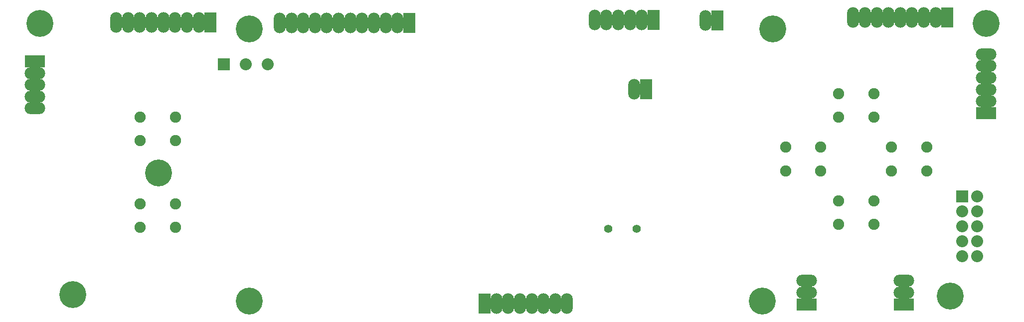
<source format=gbs>
G04 (created by PCBNEW-RS274X (2011-07-04 BZR 3037)-stable) date 8/07/2011 12:10:02 a.m.*
G01*
G70*
G90*
%MOIN*%
G04 Gerber Fmt 3.4, Leading zero omitted, Abs format*
%FSLAX34Y34*%
G04 APERTURE LIST*
%ADD10C,0.006000*%
%ADD11R,0.080000X0.080000*%
%ADD12C,0.080000*%
%ADD13O,0.079100X0.138100*%
%ADD14R,0.079100X0.138100*%
%ADD15O,0.138100X0.079100*%
%ADD16R,0.138100X0.079100*%
%ADD17C,0.075000*%
%ADD18C,0.180000*%
%ADD19C,0.055000*%
G04 APERTURE END LIST*
G54D10*
G54D11*
X25784Y-16150D03*
G54D12*
X27260Y-16150D03*
X28736Y-16150D03*
G54D13*
X44804Y-32165D03*
X44017Y-32165D03*
G54D14*
X43229Y-32165D03*
G54D13*
X45591Y-32165D03*
X46379Y-32165D03*
X47166Y-32165D03*
X47953Y-32165D03*
X48740Y-32165D03*
G54D15*
X71260Y-30630D03*
X71260Y-31417D03*
G54D16*
X71260Y-32205D03*
G54D15*
X64763Y-30630D03*
X64763Y-31417D03*
G54D16*
X64763Y-32205D03*
G54D13*
X57992Y-13228D03*
G54D14*
X58780Y-13228D03*
G54D17*
X66890Y-26850D03*
X66890Y-25276D03*
X69252Y-26850D03*
X69252Y-25276D03*
X70433Y-23267D03*
X70433Y-21693D03*
X72795Y-23267D03*
X72795Y-21693D03*
X66890Y-19684D03*
X66890Y-18110D03*
X69252Y-19684D03*
X69252Y-18110D03*
G54D13*
X36614Y-13386D03*
X37402Y-13386D03*
G54D14*
X38189Y-13386D03*
G54D13*
X35827Y-13386D03*
X35039Y-13386D03*
X34252Y-13386D03*
X33465Y-13386D03*
X32677Y-13386D03*
X31890Y-13386D03*
X31102Y-13386D03*
X30315Y-13386D03*
X29528Y-13386D03*
X23326Y-13347D03*
X24113Y-13347D03*
G54D14*
X24901Y-13347D03*
G54D13*
X22539Y-13347D03*
X21751Y-13347D03*
X20964Y-13347D03*
X20177Y-13347D03*
X19390Y-13347D03*
X18602Y-13347D03*
X72598Y-13031D03*
X73385Y-13031D03*
G54D14*
X74173Y-13031D03*
G54D13*
X71811Y-13031D03*
X71023Y-13031D03*
X70236Y-13031D03*
X69449Y-13031D03*
X68662Y-13031D03*
X67874Y-13031D03*
G54D15*
X76772Y-17835D03*
X76772Y-18622D03*
G54D16*
X76772Y-19410D03*
G54D15*
X76772Y-17048D03*
X76772Y-16260D03*
X76772Y-15473D03*
G54D13*
X52952Y-13189D03*
X53739Y-13189D03*
G54D14*
X54527Y-13189D03*
G54D13*
X52165Y-13189D03*
X51377Y-13189D03*
X50590Y-13189D03*
G54D15*
X13150Y-17520D03*
X13150Y-16733D03*
G54D16*
X13150Y-15945D03*
G54D15*
X13150Y-18307D03*
X13150Y-19095D03*
G54D18*
X61811Y-31969D03*
X62480Y-13780D03*
X27480Y-31969D03*
X27480Y-13780D03*
X21417Y-23425D03*
G54D11*
X75150Y-24988D03*
G54D12*
X76150Y-24988D03*
X75150Y-25988D03*
X76150Y-25988D03*
X75150Y-26988D03*
X76150Y-26988D03*
X75150Y-27988D03*
X76150Y-27988D03*
X75150Y-28988D03*
X76150Y-28988D03*
G54D18*
X76772Y-13425D03*
X74370Y-31653D03*
X13504Y-13425D03*
X15709Y-31535D03*
G54D17*
X63347Y-23267D03*
X63347Y-21693D03*
X65709Y-23267D03*
X65709Y-21693D03*
X20197Y-21259D03*
X20197Y-19685D03*
X22559Y-21259D03*
X22559Y-19685D03*
X20197Y-27047D03*
X20197Y-25473D03*
X22559Y-27047D03*
X22559Y-25473D03*
G54D19*
X53402Y-27165D03*
X51480Y-27165D03*
G54D13*
X53232Y-17811D03*
G54D14*
X54020Y-17811D03*
M02*

</source>
